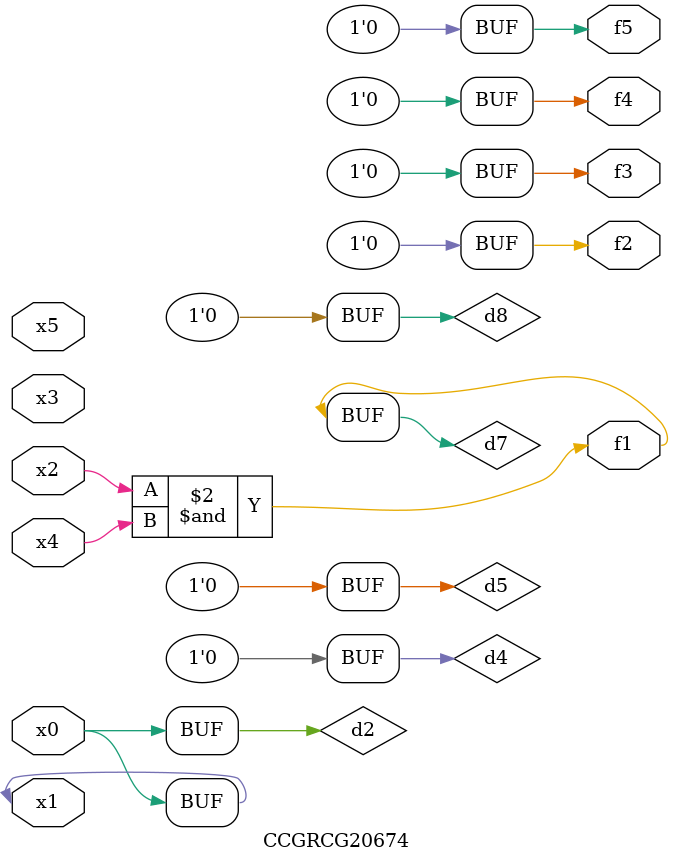
<source format=v>
module CCGRCG20674(
	input x0, x1, x2, x3, x4, x5,
	output f1, f2, f3, f4, f5
);

	wire d1, d2, d3, d4, d5, d6, d7, d8, d9;

	nand (d1, x1);
	buf (d2, x0, x1);
	nand (d3, x2, x4);
	and (d4, d1, d2);
	and (d5, d1, d2);
	nand (d6, d1, d3);
	not (d7, d3);
	xor (d8, d5);
	nor (d9, d5, d6);
	assign f1 = d7;
	assign f2 = d8;
	assign f3 = d8;
	assign f4 = d8;
	assign f5 = d8;
endmodule

</source>
